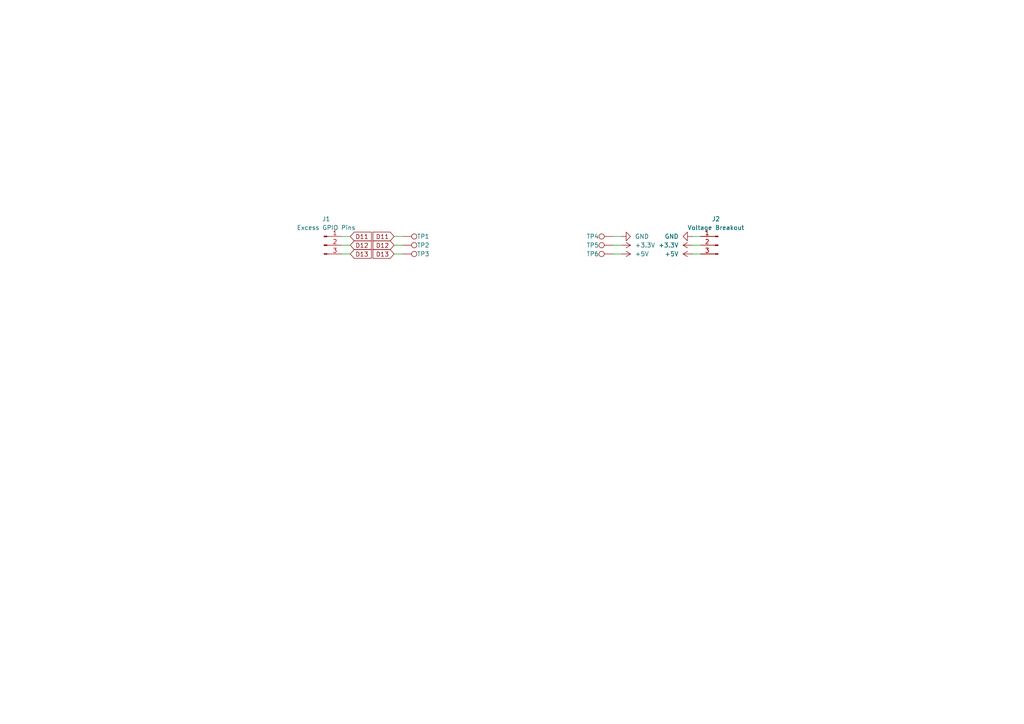
<source format=kicad_sch>
(kicad_sch (version 20231120) (generator "eeschema") (generator_version "8.0")
  (paper "A4")
  (lib_symbols
    (symbol "Connector:Conn_01x03_Pin" (pin_names (offset 1.016) hide)
      (property "Reference" "J" (at 0 5.08 0))
      (property "Value" "Conn_01x03_Pin" (at 0 -5.08 0))
      (symbol "Conn_01x03_Pin_1_1"
        (polyline (pts (xy 1.27 -2.54) (xy 0.8636 -2.54)) (stroke (width 0.1524)))
        (polyline (pts (xy 1.27 0) (xy 0.8636 0)) (stroke (width 0.1524)))
        (polyline (pts (xy 1.27 2.54) (xy 0.8636 2.54)) (stroke (width 0.1524)))
        (rectangle (start 0.8636 -2.413) (end 0 -2.667) (stroke (width 0.1524)) (fill (type outline)))
        (rectangle (start 0.8636 0.127) (end 0 -0.127) (stroke (width 0.1524)) (fill (type outline)))
        (rectangle (start 0.8636 2.667) (end 0 2.413) (stroke (width 0.1524)) (fill (type outline)))
        (pin passive line (at 5.08 2.54 180) (length 3.81) (name "Pin_1") (number "1"))
        (pin passive line (at 5.08 0 180) (length 3.81) (name "Pin_2") (number "2"))
        (pin passive line (at 5.08 -2.54 180) (length 3.81) (name "Pin_3") (number "3"))
      )
    )
    (symbol "Connector:TestPoint" (pin_numbers hide) (pin_names (offset 0.762) hide)
      (property "Reference" "TP" (at 0 6.858 0))
      (property "Value" "TestPoint" (at 0 5.08 0))
      (symbol "TestPoint_0_1"
        (circle (center 0 3.302) (radius 0.762))
      )
      (symbol "TestPoint_1_1"
        (pin passive line (at 0 0 90) (length 2.54) (name "1") (number "1"))
      )
    )
    (symbol "power:+3.3V" (power) (pin_numbers hide) (pin_names (offset 0) hide)
      (property "Value" "+3.3V" (at 0 3.556 0))
      (symbol "+3.3V_0_1"
        (polyline (pts (xy -0.762 1.27) (xy 0 2.54)))
        (polyline (pts (xy 0 0) (xy 0 2.54)))
        (polyline (pts (xy 0 2.54) (xy 0.762 1.27)))
      )
      (symbol "+3.3V_1_1"
        (pin power_in line (at 0 0 90) (length 0) (name "~") (number "1"))
      )
    )
    (symbol "power:+5V" (power) (pin_numbers hide) (pin_names (offset 0) hide)
      (property "Value" "+5V" (at 0 3.556 0))
      (symbol "+5V_0_1"
        (polyline (pts (xy -0.762 1.27) (xy 0 2.54)))
        (polyline (pts (xy 0 0) (xy 0 2.54)))
        (polyline (pts (xy 0 2.54) (xy 0.762 1.27)))
      )
      (symbol "+5V_1_1"
        (pin power_in line (at 0 0 90) (length 0) (name "~") (number "1"))
      )
    )
    (symbol "power:GND" (power) (pin_numbers hide) (pin_names (offset 0) hide)
      (property "Value" "GND" (at 0 -3.81 0))
      (symbol "GND_0_1"
        (polyline (pts (xy 0 0) (xy 0 -1.27) (xy 1.27 -1.27) (xy 0 -2.54) (xy -1.27 -1.27) (xy 0 -1.27)))
      )
      (symbol "GND_1_1"
        (pin power_in line (at 0 0 270) (length 0) (name "~") (number "1"))
      )
    )
  )
  (wire (pts (xy 203.2 71.12) (xy 200.66 71.12)))
  (wire (pts (xy 101.6 71.12) (xy 99.06 71.12)))
  (wire (pts (xy 177.8 68.58) (xy 180.34 68.58)))
  (wire (pts (xy 101.6 73.66) (xy 99.06 73.66)))
  (wire (pts (xy 177.8 73.66) (xy 180.34 73.66)))
  (wire (pts (xy 203.2 73.66) (xy 200.66 73.66)))
  (wire (pts (xy 116.84 71.12) (xy 114.3 71.12)))
  (wire (pts (xy 116.84 68.58) (xy 114.3 68.58)))
  (wire (pts (xy 203.2 68.58) (xy 200.66 68.58)))
  (wire (pts (xy 177.8 71.12) (xy 180.34 71.12)))
  (wire (pts (xy 101.6 68.58) (xy 99.06 68.58)))
  (wire (pts (xy 116.84 73.66) (xy 114.3 73.66)))
  (global_label "D13" (shape input) (at 101.6 73.66 0) (property "Intersheetrefs" "${INTERSHEET_REFS}" (effects (hide yes))))
  (global_label "D11" (shape input) (at 114.3 68.58 180) (property "Intersheetrefs" "${INTERSHEET_REFS}" (effects (hide yes))))
  (global_label "D12" (shape input) (at 101.6 71.12 0) (property "Intersheetrefs" "${INTERSHEET_REFS}" (effects (hide yes))))
  (global_label "D12" (shape input) (at 114.3 71.12 180) (property "Intersheetrefs" "${INTERSHEET_REFS}" (effects (hide yes))))
  (global_label "D11" (shape input) (at 101.6 68.58 0) (property "Intersheetrefs" "${INTERSHEET_REFS}" (effects (hide yes))))
  (global_label "D13" (shape input) (at 114.3 73.66 180) (property "Intersheetrefs" "${INTERSHEET_REFS}" (effects (hide yes))))
  (symbol (lib_id "power:+5V") (at 180.34 73.66 270) (mirror x) (unit 1)
    (property "Reference" "#PWR06" (effects (hide yes)))
    (property "Value" "+5V" (at 184.15 73.6599 90) (effects (justify left)))
    (property "Description" "Power symbol creates a global label with name \"+5V\"" (effects (hide yes)))
  )
  (symbol (lib_id "Connector:Conn_01x03_Pin") (at 208.28 71.12 0) (mirror y) (unit 1)
    (property "Reference" "J2" (at 207.645 63.5 0))
    (property "Value" "Voltage Breakout" (at 207.645 66.04 0))
    (property "Footprint" "Connector_PinHeader_2.54mm:PinHeader_1x03_P2.54mm_Vertical" (effects (hide yes)))
    (property "Description" "Generic connector, single row, 01x03, script generated" (effects (hide yes)))
  )
  (symbol (lib_id "Connector:TestPoint") (at 116.84 71.12 270) (unit 1)
    (property "Reference" "TP2" (at 120.904 71.12 90) (effects (justify left)))
    (property "Value" "TestPoint" (effects (hide yes)))
    (property "Footprint" "TestPoint:TestPoint_THTPad_D1.0mm_Drill0.5mm" (effects (hide yes)))
    (property "Description" "test point" (effects (hide yes)))
  )
  (symbol (lib_id "Connector:TestPoint") (at 177.8 73.66 90) (mirror x) (unit 1)
    (property "Reference" "TP6" (at 173.736 73.66 90) (effects (justify left)))
    (property "Value" "TestPoint" (effects (hide yes)))
    (property "Footprint" "TestPoint:TestPoint_THTPad_D1.0mm_Drill0.5mm" (effects (hide yes)))
    (property "Description" "test point" (effects (hide yes)))
  )
  (symbol (lib_id "Connector:Conn_01x03_Pin") (at 93.98 71.12 0) (unit 1)
    (property "Reference" "J1" (at 94.615 63.5 0))
    (property "Value" "Excess GPIO Pins" (at 94.615 66.04 0))
    (property "Footprint" "Connector_PinHeader_2.54mm:PinHeader_1x03_P2.54mm_Vertical" (effects (hide yes)))
    (property "Description" "Generic connector, single row, 01x03, script generated" (effects (hide yes)))
  )
  (symbol (lib_id "power:GND") (at 180.34 68.58 90) (mirror x) (unit 1)
    (property "Reference" "#PWR04" (effects (hide yes)))
    (property "Value" "GND" (at 184.15 68.5799 90) (effects (justify right)))
    (property "Description" "Power symbol creates a global label with name \"GND\" , ground" (effects (hide yes)))
  )
  (symbol (lib_id "power:+3.3V") (at 180.34 71.12 270) (mirror x) (unit 1)
    (property "Reference" "#PWR05" (effects (hide yes)))
    (property "Value" "+3.3V" (at 184.15 71.1199 90) (effects (justify left)))
    (property "Description" "Power symbol creates a global label with name \"+3.3V\"" (effects (hide yes)))
  )
  (symbol (lib_id "Connector:TestPoint") (at 177.8 68.58 90) (mirror x) (unit 1)
    (property "Reference" "TP4" (at 173.736 68.58 90) (effects (justify left)))
    (property "Value" "TestPoint" (effects (hide yes)))
    (property "Footprint" "TestPoint:TestPoint_THTPad_D1.0mm_Drill0.5mm" (effects (hide yes)))
    (property "Description" "test point" (effects (hide yes)))
  )
  (symbol (lib_id "power:+5V") (at 200.66 73.66 90) (unit 1)
    (property "Reference" "#PWR03" (effects (hide yes)))
    (property "Value" "+5V" (at 196.85 73.6599 90) (effects (justify left)))
    (property "Description" "Power symbol creates a global label with name \"+5V\"" (effects (hide yes)))
  )
  (symbol (lib_id "Connector:TestPoint") (at 177.8 71.12 90) (mirror x) (unit 1)
    (property "Reference" "TP5" (at 173.736 71.12 90) (effects (justify left)))
    (property "Value" "TestPoint" (effects (hide yes)))
    (property "Footprint" "TestPoint:TestPoint_THTPad_D1.0mm_Drill0.5mm" (effects (hide yes)))
    (property "Description" "test point" (effects (hide yes)))
  )
  (symbol (lib_id "power:GND") (at 200.66 68.58 270) (unit 1)
    (property "Reference" "#PWR01" (effects (hide yes)))
    (property "Value" "GND" (at 196.85 68.5799 90) (effects (justify right)))
    (property "Description" "Power symbol creates a global label with name \"GND\" , ground" (effects (hide yes)))
  )
  (symbol (lib_id "power:+3.3V") (at 200.66 71.12 90) (unit 1)
    (property "Reference" "#PWR02" (effects (hide yes)))
    (property "Value" "+3.3V" (at 196.85 71.1199 90) (effects (justify left)))
    (property "Description" "Power symbol creates a global label with name \"+3.3V\"" (effects (hide yes)))
  )
  (symbol (lib_id "Connector:TestPoint") (at 116.84 73.66 270) (unit 1)
    (property "Reference" "TP3" (at 120.904 73.66 90) (effects (justify left)))
    (property "Value" "TestPoint" (effects (hide yes)))
    (property "Footprint" "TestPoint:TestPoint_THTPad_D1.0mm_Drill0.5mm" (effects (hide yes)))
    (property "Description" "test point" (effects (hide yes)))
  )
  (symbol (lib_id "Connector:TestPoint") (at 116.84 68.58 270) (unit 1)
    (property "Reference" "TP1" (at 120.904 68.58 90) (effects (justify left)))
    (property "Value" "TestPoint" (effects (hide yes)))
    (property "Footprint" "TestPoint:TestPoint_THTPad_D1.0mm_Drill0.5mm" (effects (hide yes)))
    (property "Description" "test point" (effects (hide yes)))
  )
)
</source>
